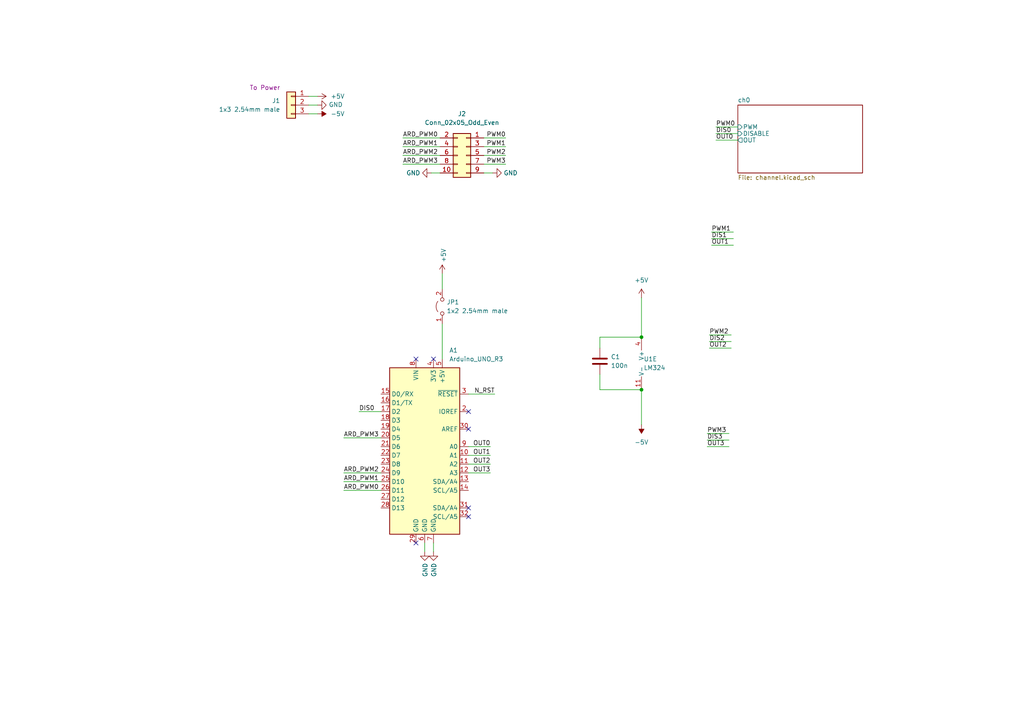
<source format=kicad_sch>
(kicad_sch (version 20211123) (generator eeschema)
  (paper "A4")
  (lib_symbols
    (symbol "Amplifier_Operational:LM324" (pin_names (offset 0.127))
      (property "Reference" "U" (at 0 5.08 0))
      (property "Value" "LM324" (at 0 -5.08 0))
      (symbol "LM324_1_1"
        (polyline (pts (xy -5.08 5.08) (xy 5.08 0) (xy -5.08 -5.08) (xy -5.08 5.08)) (stroke (width 0.254)) (fill (type background)))
        (pin output line (at 7.62 0 180) (length 2.54) (name "~") (number "1"))
        (pin input line (at -7.62 -2.54 0) (length 2.54) (name "-") (number "2"))
        (pin input line (at -7.62 2.54 0) (length 2.54) (name "+") (number "3"))
      )
      (symbol "LM324_2_1"
        (polyline (pts (xy -5.08 5.08) (xy 5.08 0) (xy -5.08 -5.08) (xy -5.08 5.08)) (stroke (width 0.254)) (fill (type background)))
        (pin input line (at -7.62 2.54 0) (length 2.54) (name "+") (number "5"))
        (pin input line (at -7.62 -2.54 0) (length 2.54) (name "-") (number "6"))
        (pin output line (at 7.62 0 180) (length 2.54) (name "~") (number "7"))
      )
      (symbol "LM324_3_1"
        (polyline (pts (xy -5.08 5.08) (xy 5.08 0) (xy -5.08 -5.08) (xy -5.08 5.08)) (stroke (width 0.254)) (fill (type background)))
        (pin input line (at -7.62 2.54 0) (length 2.54) (name "+") (number "10"))
        (pin output line (at 7.62 0 180) (length 2.54) (name "~") (number "8"))
        (pin input line (at -7.62 -2.54 0) (length 2.54) (name "-") (number "9"))
      )
      (symbol "LM324_4_1"
        (polyline (pts (xy -5.08 5.08) (xy 5.08 0) (xy -5.08 -5.08) (xy -5.08 5.08)) (stroke (width 0.254)) (fill (type background)))
        (pin input line (at -7.62 2.54 0) (length 2.54) (name "+") (number "12"))
        (pin input line (at -7.62 -2.54 0) (length 2.54) (name "-") (number "13"))
        (pin output line (at 7.62 0 180) (length 2.54) (name "~") (number "14"))
      )
      (symbol "LM324_5_1"
        (pin power_in line (at -2.54 -7.62 90) (length 3.81) (name "V-") (number "11"))
        (pin power_in line (at -2.54 7.62 270) (length 3.81) (name "V+") (number "4"))
      )
    )
    (symbol "Connector_Generic:Conn_01x03" (pin_names (offset 1.016) hide)
      (property "Reference" "J" (at 0 5.08 0))
      (property "Value" "Conn_01x03" (at 0 -5.08 0))
      (symbol "Conn_01x03_1_1"
        (rectangle (start -1.27 -2.413) (end 0 -2.667) (stroke (width 0.1524)))
        (rectangle (start -1.27 0.127) (end 0 -0.127) (stroke (width 0.1524)))
        (rectangle (start -1.27 2.667) (end 0 2.413) (stroke (width 0.1524)))
        (rectangle (start -1.27 3.81) (end 1.27 -3.81) (stroke (width 0.254)) (fill (type background)))
        (pin passive line (at -5.08 2.54 0) (length 3.81) (name "Pin_1") (number "1"))
        (pin passive line (at -5.08 0 0) (length 3.81) (name "Pin_2") (number "2"))
        (pin passive line (at -5.08 -2.54 0) (length 3.81) (name "Pin_3") (number "3"))
      )
    )
    (symbol "Connector_Generic:Conn_02x05_Odd_Even" (pin_names (offset 1.016) hide)
      (property "Reference" "J" (at 1.27 7.62 0))
      (property "Value" "Conn_02x05_Odd_Even" (at 1.27 -7.62 0))
      (symbol "Conn_02x05_Odd_Even_1_1"
        (rectangle (start -1.27 -4.953) (end 0 -5.207) (stroke (width 0.1524)))
        (rectangle (start -1.27 -2.413) (end 0 -2.667) (stroke (width 0.1524)))
        (rectangle (start -1.27 0.127) (end 0 -0.127) (stroke (width 0.1524)))
        (rectangle (start -1.27 2.667) (end 0 2.413) (stroke (width 0.1524)))
        (rectangle (start -1.27 5.207) (end 0 4.953) (stroke (width 0.1524)))
        (rectangle (start -1.27 6.35) (end 3.81 -6.35) (stroke (width 0.254)) (fill (type background)))
        (rectangle (start 3.81 -4.953) (end 2.54 -5.207) (stroke (width 0.1524)))
        (rectangle (start 3.81 -2.413) (end 2.54 -2.667) (stroke (width 0.1524)))
        (rectangle (start 3.81 0.127) (end 2.54 -0.127) (stroke (width 0.1524)))
        (rectangle (start 3.81 2.667) (end 2.54 2.413) (stroke (width 0.1524)))
        (rectangle (start 3.81 5.207) (end 2.54 4.953) (stroke (width 0.1524)))
        (pin passive line (at -5.08 5.08 0) (length 3.81) (name "Pin_1") (number "1"))
        (pin passive line (at 7.62 -5.08 180) (length 3.81) (name "Pin_10") (number "10"))
        (pin passive line (at 7.62 5.08 180) (length 3.81) (name "Pin_2") (number "2"))
        (pin passive line (at -5.08 2.54 0) (length 3.81) (name "Pin_3") (number "3"))
        (pin passive line (at 7.62 2.54 180) (length 3.81) (name "Pin_4") (number "4"))
        (pin passive line (at -5.08 0 0) (length 3.81) (name "Pin_5") (number "5"))
        (pin passive line (at 7.62 0 180) (length 3.81) (name "Pin_6") (number "6"))
        (pin passive line (at -5.08 -2.54 0) (length 3.81) (name "Pin_7") (number "7"))
        (pin passive line (at 7.62 -2.54 180) (length 3.81) (name "Pin_8") (number "8"))
        (pin passive line (at -5.08 -5.08 0) (length 3.81) (name "Pin_9") (number "9"))
      )
    )
    (symbol "Device:C" (pin_numbers hide) (pin_names (offset 0.254))
      (property "Reference" "C" (at 0.635 2.54 0))
      (property "Value" "C" (at 0.635 -2.54 0))
      (symbol "C_0_1"
        (polyline (pts (xy -2.032 -0.762) (xy 2.032 -0.762)) (stroke (width 0.508)))
        (polyline (pts (xy -2.032 0.762) (xy 2.032 0.762)) (stroke (width 0.508)))
      )
      (symbol "C_1_1"
        (pin passive line (at 0 3.81 270) (length 2.794) (name "~") (number "1"))
        (pin passive line (at 0 -3.81 90) (length 2.794) (name "~") (number "2"))
      )
    )
    (symbol "Jumper:Jumper_2_Open" (pin_names (offset 0) hide)
      (property "Reference" "JP" (at 0 2.794 0))
      (property "Value" "Jumper_2_Open" (at 0 -2.286 0))
      (symbol "Jumper_2_Open_0_0"
        (circle (center -2.032 0) (radius 0.508))
        (circle (center 2.032 0) (radius 0.508))
      )
      (symbol "Jumper_2_Open_0_1"
        (arc (start 1.524 1.27) (mid 0 1.778) (end -1.524 1.27))
      )
      (symbol "Jumper_2_Open_1_1"
        (pin passive line (at -5.08 0 0) (length 2.54) (name "A") (number "1"))
        (pin passive line (at 5.08 0 180) (length 2.54) (name "B") (number "2"))
      )
    )
    (symbol "MCU_Module:Arduino_UNO_R3"
      (property "Reference" "A" (at -10.16 23.495 0))
      (property "Value" "Arduino_UNO_R3" (at 5.08 -26.67 0))
      (symbol "Arduino_UNO_R3_0_1"
        (rectangle (start -10.16 22.86) (end 10.16 -25.4) (stroke (width 0.254)) (fill (type background)))
      )
      (symbol "Arduino_UNO_R3_1_1"
        (pin no_connect line (at -10.16 -20.32 0) (length 2.54) hide (name "NC") (number "1"))
        (pin bidirectional line (at 12.7 -2.54 180) (length 2.54) (name "A1") (number "10"))
        (pin bidirectional line (at 12.7 -5.08 180) (length 2.54) (name "A2") (number "11"))
        (pin bidirectional line (at 12.7 -7.62 180) (length 2.54) (name "A3") (number "12"))
        (pin bidirectional line (at 12.7 -10.16 180) (length 2.54) (name "SDA/A4") (number "13"))
        (pin bidirectional line (at 12.7 -12.7 180) (length 2.54) (name "SCL/A5") (number "14"))
        (pin bidirectional line (at -12.7 15.24 0) (length 2.54) (name "D0/RX") (number "15"))
        (pin bidirectional line (at -12.7 12.7 0) (length 2.54) (name "D1/TX") (number "16"))
        (pin bidirectional line (at -12.7 10.16 0) (length 2.54) (name "D2") (number "17"))
        (pin bidirectional line (at -12.7 7.62 0) (length 2.54) (name "D3") (number "18"))
        (pin bidirectional line (at -12.7 5.08 0) (length 2.54) (name "D4") (number "19"))
        (pin output line (at 12.7 10.16 180) (length 2.54) (name "IOREF") (number "2"))
        (pin bidirectional line (at -12.7 2.54 0) (length 2.54) (name "D5") (number "20"))
        (pin bidirectional line (at -12.7 0 0) (length 2.54) (name "D6") (number "21"))
        (pin bidirectional line (at -12.7 -2.54 0) (length 2.54) (name "D7") (number "22"))
        (pin bidirectional line (at -12.7 -5.08 0) (length 2.54) (name "D8") (number "23"))
        (pin bidirectional line (at -12.7 -7.62 0) (length 2.54) (name "D9") (number "24"))
        (pin bidirectional line (at -12.7 -10.16 0) (length 2.54) (name "D10") (number "25"))
        (pin bidirectional line (at -12.7 -12.7 0) (length 2.54) (name "D11") (number "26"))
        (pin bidirectional line (at -12.7 -15.24 0) (length 2.54) (name "D12") (number "27"))
        (pin bidirectional line (at -12.7 -17.78 0) (length 2.54) (name "D13") (number "28"))
        (pin power_in line (at -2.54 -27.94 90) (length 2.54) (name "GND") (number "29"))
        (pin input line (at 12.7 15.24 180) (length 2.54) (name "~{RESET}") (number "3"))
        (pin input line (at 12.7 5.08 180) (length 2.54) (name "AREF") (number "30"))
        (pin bidirectional line (at 12.7 -17.78 180) (length 2.54) (name "SDA/A4") (number "31"))
        (pin bidirectional line (at 12.7 -20.32 180) (length 2.54) (name "SCL/A5") (number "32"))
        (pin power_out line (at 2.54 25.4 270) (length 2.54) (name "3V3") (number "4"))
        (pin power_out line (at 5.08 25.4 270) (length 2.54) (name "+5V") (number "5"))
        (pin power_in line (at 0 -27.94 90) (length 2.54) (name "GND") (number "6"))
        (pin power_in line (at 2.54 -27.94 90) (length 2.54) (name "GND") (number "7"))
        (pin power_in line (at -2.54 25.4 270) (length 2.54) (name "VIN") (number "8"))
        (pin bidirectional line (at 12.7 0 180) (length 2.54) (name "A0") (number "9"))
      )
    )
    (symbol "power:+5V" (power) (pin_names (offset 0))
      (property "Value" "+5V" (at 0 3.556 0))
      (symbol "+5V_0_1"
        (polyline (pts (xy -0.762 1.27) (xy 0 2.54)))
        (polyline (pts (xy 0 0) (xy 0 2.54)))
        (polyline (pts (xy 0 2.54) (xy 0.762 1.27)))
      )
      (symbol "+5V_1_1"
        (pin power_in line (at 0 0 90) (length 0) hide (name "+5V") (number "1"))
      )
    )
    (symbol "power:-5V" (power) (pin_names (offset 0))
      (property "Value" "-5V" (at 0 3.81 0))
      (symbol "-5V_0_0"
        (pin power_in line (at 0 0 90) (length 0) hide (name "-5V") (number "1"))
      )
      (symbol "-5V_0_1"
        (polyline (pts (xy 0 0) (xy 0 1.27) (xy 0.762 1.27) (xy 0 2.54) (xy -0.762 1.27) (xy 0 1.27)) (fill (type outline)))
      )
    )
    (symbol "power:GND" (power) (pin_names (offset 0))
      (property "Value" "GND" (at 0 -3.81 0))
      (symbol "GND_0_1"
        (polyline (pts (xy 0 0) (xy 0 -1.27) (xy 1.27 -1.27) (xy 0 -2.54) (xy -1.27 -1.27) (xy 0 -1.27)))
      )
      (symbol "GND_1_1"
        (pin power_in line (at 0 0 270) (length 0) hide (name "GND") (number "1"))
      )
    )
  )
  (junction (at 186.055 97.79))
  (junction (at 186.055 113.03))
  (no_connect (at 135.89 124.46))
  (no_connect (at 135.89 147.32))
  (no_connect (at 125.73 104.14))
  (no_connect (at 135.89 119.38))
  (no_connect (at 120.65 104.14))
  (no_connect (at 135.89 149.86))
  (no_connect (at 120.65 157.48))
  (wire (pts (xy 142.24 129.54) (xy 135.89 129.54)))
  (wire (pts (xy 173.99 100.965) (xy 173.99 97.79)))
  (wire (pts (xy 128.27 79.375) (xy 128.27 83.82)))
  (wire (pts (xy 99.695 137.16) (xy 110.49 137.16)))
  (wire (pts (xy 116.84 40.005) (xy 127.635 40.005)))
  (wire (pts (xy 146.685 42.545) (xy 140.335 42.545)))
  (wire (pts (xy 173.99 108.585) (xy 173.99 113.03)))
  (wire (pts (xy 173.99 97.79) (xy 186.055 97.79)))
  (wire (pts (xy 146.685 40.005) (xy 140.335 40.005)))
  (wire (pts (xy 186.055 113.03) (xy 186.055 123.19)))
  (wire (pts (xy 116.84 45.085) (xy 127.635 45.085)))
  (wire (pts (xy 116.84 42.545) (xy 127.635 42.545)))
  (wire (pts (xy 186.055 86.36) (xy 186.055 97.79)))
  (wire (pts (xy 205.74 97.155) (xy 212.09 97.155)))
  (wire (pts (xy 128.27 93.98) (xy 128.27 104.14)))
  (wire (pts (xy 205.105 129.54) (xy 211.455 129.54)))
  (wire (pts (xy 123.19 160.02) (xy 123.19 157.48)))
  (wire (pts (xy 116.84 47.625) (xy 127.635 47.625)))
  (wire (pts (xy 207.645 36.83) (xy 213.995 36.83)))
  (wire (pts (xy 207.645 38.735) (xy 213.995 38.735)))
  (wire (pts (xy 142.24 134.62) (xy 135.89 134.62)))
  (wire (pts (xy 142.24 137.16) (xy 135.89 137.16)))
  (wire (pts (xy 205.74 100.965) (xy 212.09 100.965)))
  (wire (pts (xy 99.695 142.24) (xy 110.49 142.24)))
  (wire (pts (xy 89.535 33.02) (xy 92.075 33.02)))
  (wire (pts (xy 127.635 50.165) (xy 125.095 50.165)))
  (wire (pts (xy 206.375 67.31) (xy 212.725 67.31)))
  (wire (pts (xy 104.14 119.38) (xy 110.49 119.38)))
  (wire (pts (xy 205.74 99.06) (xy 212.09 99.06)))
  (wire (pts (xy 135.89 114.3) (xy 143.51 114.3)))
  (wire (pts (xy 146.685 45.085) (xy 140.335 45.085)))
  (wire (pts (xy 142.24 132.08) (xy 135.89 132.08)))
  (wire (pts (xy 92.075 30.48) (xy 89.535 30.48)))
  (wire (pts (xy 173.99 113.03) (xy 186.055 113.03)))
  (wire (pts (xy 206.375 69.215) (xy 212.725 69.215)))
  (wire (pts (xy 140.335 50.165) (xy 142.875 50.165)))
  (wire (pts (xy 205.105 127.635) (xy 211.455 127.635)))
  (wire (pts (xy 99.695 139.7) (xy 110.49 139.7)))
  (wire (pts (xy 146.685 47.625) (xy 140.335 47.625)))
  (wire (pts (xy 99.695 127) (xy 110.49 127)))
  (wire (pts (xy 125.73 160.02) (xy 125.73 157.48)))
  (wire (pts (xy 92.075 27.94) (xy 89.535 27.94)))
  (wire (pts (xy 207.645 40.64) (xy 213.995 40.64)))
  (wire (pts (xy 205.105 125.73) (xy 211.455 125.73)))
  (wire (pts (xy 206.375 71.12) (xy 212.725 71.12)))
  (label "OUT1" (at 206.375 71.12 0))
  (label "DIS1" (at 206.375 69.215 0))
  (label "OUT3" (at 142.24 137.16 180))
  (label "DIS3" (at 205.105 127.635 0))
  (label "DIS0" (at 207.645 38.735 0))
  (label "ARD_PWM3" (at 116.84 47.625 0))
  (label "PWM0" (at 207.645 36.83 0))
  (label "ARD_PWM3" (at 99.695 127 0))
  (label "ARD_PWM0" (at 99.695 142.24 0))
  (label "ARD_PWM2" (at 99.695 137.16 0))
  (label "N_RST" (at 143.51 114.3 180))
  (label "DIS2" (at 205.74 99.06 0))
  (label "ARD_PWM1" (at 99.695 139.7 0))
  (label "OUT2" (at 142.24 134.62 180))
  (label "PWM1" (at 206.375 67.31 0))
  (label "OUT1" (at 142.24 132.08 180))
  (label "OUT0" (at 142.24 129.54 180))
  (label "ARD_PWM2" (at 116.84 45.085 0))
  (label "OUT3" (at 205.105 129.54 0))
  (label "PWM3" (at 146.685 47.625 180))
  (label "PWM0" (at 146.685 40.005 180))
  (label "PWM2" (at 205.74 97.155 0))
  (label "ARD_PWM0" (at 116.84 40.005 0))
  (label "ARD_PWM1" (at 116.84 42.545 0))
  (label "PWM2" (at 146.685 45.085 180))
  (label "PWM1" (at 146.685 42.545 180))
  (label "OUT2" (at 205.74 100.965 0))
  (label "DIS0" (at 104.14 119.38 0))
  (label "PWM3" (at 205.105 125.73 0))
  (label "OUT0" (at 207.645 40.64 0))
  (symbol (lib_id "power:GND") (at 123.19 160.02 0) (unit 1)
    (property "Reference" "#PWR03" (effects hide))
    (property "Value" "GND" (at 123.317 163.2712 90) (effects (justify right)))
  )
  (symbol (lib_id "power:GND") (at 125.73 160.02 0) (unit 1)
    (property "Reference" "#PWR05" (effects hide))
    (property "Value" "GND" (at 125.857 163.2712 90) (effects (justify right)))
  )
  (symbol (lib_id "power:+5V") (at 128.27 79.375 0) (unit 1)
    (property "Reference" "#PWR06" (effects hide))
    (property "Value" "+5V" (at 128.651 76.1238 90) (effects (justify left)))
  )
  (symbol (lib_id "power:GND") (at 125.095 50.165 270) (unit 1)
    (property "Reference" "#PWR04" (effects hide))
    (property "Value" "GND" (at 121.92 50.1651 90) (effects (justify right)))
  )
  (symbol (lib_id "Connector_Generic:Conn_02x05_Odd_Even") (at 135.255 45.085 0) (mirror y) (unit 1)
    (property "Reference" "J2" (at 133.985 33.02 0))
    (property "Value" "Conn_02x05_Odd_Even" (at 133.985 35.56 0))
    (property "Footprint" "Connector_PinSocket_2.54mm:PinSocket_2x05_P2.54mm_Vertical" (effects hide))
  )
  (symbol (lib_id "power:-5V") (at 186.055 123.19 180) (unit 1)
    (property "Reference" "#PWR0105" (effects hide))
    (property "Value" "-5V" (at 186.055 128.27 0))
  )
  (symbol (lib_id "Device:C") (at 173.99 104.775 0) (unit 1)
    (property "Reference" "C1" (at 177.165 103.5049 0) (effects (justify left)))
    (property "Value" "100n" (at 177.165 106.0449 0) (effects (justify left)))
    (property "Footprint" "For_Rasterboard:C_Disc_D3.0mm_W1.6mm_P2.50mm" (effects hide))
  )
  (symbol (lib_id "MCU_Module:Arduino_UNO_R3") (at 123.19 129.54 0) (unit 1)
    (property "Reference" "A1" (at 130.2894 101.6 0) (effects (justify left)))
    (property "Value" "Arduino_UNO_R3" (at 130.2894 104.14 0) (effects (justify left)))
    (property "Footprint" "For_Rasterboard:Arduino_UNO_R3_WithMountingHoles_Snapped_to_P2.54mm" (effects hide))
    (property "Datasheet" "https://www.arduino.cc/en/Main/arduinoBoardUno" (effects hide))
  )
  (symbol (lib_id "Connector_Generic:Conn_01x03") (at 84.455 30.48 0) (mirror y) (unit 1)
    (property "Reference" "J1" (at 81.28 29.2099 0) (effects (justify left)))
    (property "Value" "1x3 2.54mm male" (at 81.28 31.7499 0) (effects (justify left)))
    (property "Footprint" "Connector_PinHeader_2.54mm:PinHeader_1x03_P2.54mm_Vertical" (effects hide))
    (property "Comment" "To Power" (at 76.835 25.4 0))
  )
  (symbol (lib_id "power:+5V") (at 186.055 86.36 0) (unit 1)
    (property "Reference" "#PWR09" (effects hide))
    (property "Value" "+5V" (at 186.055 81.28 0))
  )
  (symbol (lib_id "power:+5V") (at 92.075 27.94 270) (unit 1)
    (property "Reference" "#PWR01" (effects hide))
    (property "Value" "+5V" (at 95.885 27.9399 90) (effects (justify left)))
  )
  (symbol (lib_id "power:-5V") (at 92.075 33.02 270) (unit 1)
    (property "Reference" "#PWR08" (effects hide))
    (property "Value" "-5V" (at 95.885 33.0199 90) (effects (justify left)))
  )
  (symbol (lib_id "Jumper:Jumper_2_Open") (at 128.27 88.9 90) (unit 1)
    (property "Reference" "JP1" (at 129.54 87.6299 90) (effects (justify right)))
    (property "Value" "1x2 2.54mm male" (at 129.54 90.1699 90) (effects (justify right)))
    (property "Footprint" "Connector_PinHeader_2.54mm:PinHeader_1x02_P2.54mm_Vertical" (effects hide))
  )
  (symbol (lib_id "power:GND") (at 142.875 50.165 90) (unit 1)
    (property "Reference" "#PWR07" (effects hide))
    (property "Value" "GND" (at 146.05 50.1649 90) (effects (justify right)))
  )
  (symbol (lib_id "power:GND") (at 92.075 30.48 90) (unit 1)
    (property "Reference" "#PWR02" (effects hide))
    (property "Value" "GND" (at 95.3262 30.353 90) (effects (justify right)))
  )
  (symbol (lib_id "Amplifier_Operational:LM324") (at 188.595 105.41 0) (unit 5)
    (property "Reference" "U1" (at 186.69 104.1399 0) (effects (justify left)))
    (property "Value" "LM324" (at 186.69 106.6799 0) (effects (justify left)))
    (property "Footprint" "Package_DIP:DIP-14_W7.62mm" (effects hide))
    (property "Datasheet" "http://www.ti.com/lit/ds/symlink/lm2902-n.pdf" (effects hide))
  )
  (sheet (at 213.995 30.48) (size 36.195 19.685) (stroke (width 0.1524))
    (property "Sheet name" "ch0" (at 213.995 29.7684 0) (effects (justify left bottom)))
    (property "Sheet file" "channel.kicad_sch" (at 213.995 50.7496 0) (effects (justify left top)))
    (pin "DISABLE" input (at 213.995 38.735 180))
    (pin "OUT" output (at 213.995 40.64 180))
    (pin "PWM" input (at 213.995 36.83 180))
  )
)
</source>
